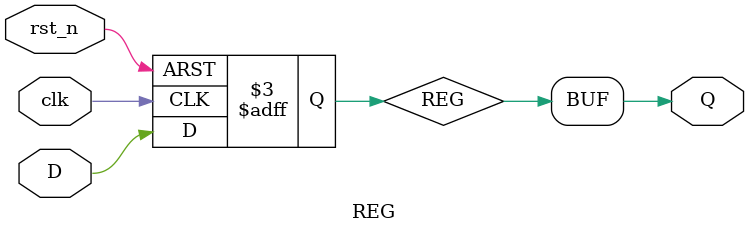
<source format=v>
module REG (
input clk,
input rst_n,
input D,
output Q
);
reg REG;
always@(posedge clk or negedge rst_n)
	if (!rst_n)
		REG <= 1'b0;
	else REG <= D;
assign Q=REG;
endmodule

</source>
